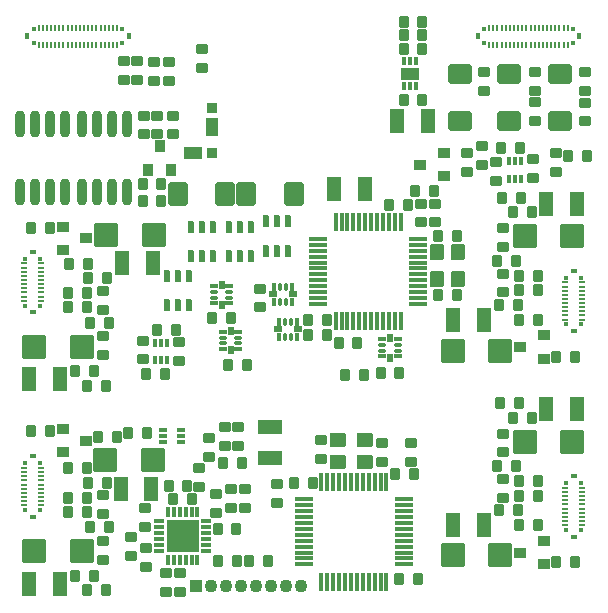
<source format=gbs>
G04*
G04 #@! TF.GenerationSoftware,Altium Limited,Altium Designer,24.9.1 (31)*
G04*
G04 Layer_Color=16711935*
%FSLAX44Y44*%
%MOMM*%
G71*
G04*
G04 #@! TF.SameCoordinates,22428939-7FEC-4B67-BCAF-D19850B6772B*
G04*
G04*
G04 #@! TF.FilePolarity,Negative*
G04*
G01*
G75*
G04:AMPARAMS|DCode=39|XSize=0.78mm|YSize=0.98mm|CornerRadius=0.075mm|HoleSize=0mm|Usage=FLASHONLY|Rotation=180.000|XOffset=0mm|YOffset=0mm|HoleType=Round|Shape=RoundedRectangle|*
%AMROUNDEDRECTD39*
21,1,0.7800,0.8300,0,0,180.0*
21,1,0.6300,0.9800,0,0,180.0*
1,1,0.1500,-0.3150,0.4150*
1,1,0.1500,0.3150,0.4150*
1,1,0.1500,0.3150,-0.4150*
1,1,0.1500,-0.3150,-0.4150*
%
%ADD39ROUNDEDRECTD39*%
G04:AMPARAMS|DCode=41|XSize=0.38mm|YSize=0.75mm|CornerRadius=0.0775mm|HoleSize=0mm|Usage=FLASHONLY|Rotation=270.000|XOffset=0mm|YOffset=0mm|HoleType=Round|Shape=RoundedRectangle|*
%AMROUNDEDRECTD41*
21,1,0.3800,0.5950,0,0,270.0*
21,1,0.2250,0.7500,0,0,270.0*
1,1,0.1550,-0.2975,-0.1125*
1,1,0.1550,-0.2975,0.1125*
1,1,0.1550,0.2975,0.1125*
1,1,0.1550,0.2975,-0.1125*
%
%ADD41ROUNDEDRECTD41*%
G04:AMPARAMS|DCode=46|XSize=1.38mm|YSize=1.18mm|CornerRadius=0.095mm|HoleSize=0mm|Usage=FLASHONLY|Rotation=180.000|XOffset=0mm|YOffset=0mm|HoleType=Round|Shape=RoundedRectangle|*
%AMROUNDEDRECTD46*
21,1,1.3800,0.9900,0,0,180.0*
21,1,1.1900,1.1800,0,0,180.0*
1,1,0.1900,-0.5950,0.4950*
1,1,0.1900,0.5950,0.4950*
1,1,0.1900,0.5950,-0.4950*
1,1,0.1900,-0.5950,-0.4950*
%
%ADD46ROUNDEDRECTD46*%
G04:AMPARAMS|DCode=54|XSize=0.78mm|YSize=0.98mm|CornerRadius=0.075mm|HoleSize=0mm|Usage=FLASHONLY|Rotation=90.000|XOffset=0mm|YOffset=0mm|HoleType=Round|Shape=RoundedRectangle|*
%AMROUNDEDRECTD54*
21,1,0.7800,0.8300,0,0,90.0*
21,1,0.6300,0.9800,0,0,90.0*
1,1,0.1500,0.4150,0.3150*
1,1,0.1500,0.4150,-0.3150*
1,1,0.1500,-0.4150,-0.3150*
1,1,0.1500,-0.4150,0.3150*
%
%ADD54ROUNDEDRECTD54*%
G04:AMPARAMS|DCode=59|XSize=0.88mm|YSize=0.98mm|CornerRadius=0.08mm|HoleSize=0mm|Usage=FLASHONLY|Rotation=90.000|XOffset=0mm|YOffset=0mm|HoleType=Round|Shape=RoundedRectangle|*
%AMROUNDEDRECTD59*
21,1,0.8800,0.8200,0,0,90.0*
21,1,0.7200,0.9800,0,0,90.0*
1,1,0.1600,0.4100,0.3600*
1,1,0.1600,0.4100,-0.3600*
1,1,0.1600,-0.4100,-0.3600*
1,1,0.1600,-0.4100,0.3600*
%
%ADD59ROUNDEDRECTD59*%
G04:AMPARAMS|DCode=60|XSize=1.68mm|YSize=1.98mm|CornerRadius=0.24mm|HoleSize=0mm|Usage=FLASHONLY|Rotation=90.000|XOffset=0mm|YOffset=0mm|HoleType=Round|Shape=RoundedRectangle|*
%AMROUNDEDRECTD60*
21,1,1.6800,1.5000,0,0,90.0*
21,1,1.2000,1.9800,0,0,90.0*
1,1,0.4800,0.7500,0.6000*
1,1,0.4800,0.7500,-0.6000*
1,1,0.4800,-0.7500,-0.6000*
1,1,0.4800,-0.7500,0.6000*
%
%ADD60ROUNDEDRECTD60*%
G04:AMPARAMS|DCode=61|XSize=1.18mm|YSize=2.08mm|CornerRadius=0.095mm|HoleSize=0mm|Usage=FLASHONLY|Rotation=0.000|XOffset=0mm|YOffset=0mm|HoleType=Round|Shape=RoundedRectangle|*
%AMROUNDEDRECTD61*
21,1,1.1800,1.8900,0,0,0.0*
21,1,0.9900,2.0800,0,0,0.0*
1,1,0.1900,0.4950,-0.9450*
1,1,0.1900,-0.4950,-0.9450*
1,1,0.1900,-0.4950,0.9450*
1,1,0.1900,0.4950,0.9450*
%
%ADD61ROUNDEDRECTD61*%
G04:AMPARAMS|DCode=62|XSize=1.18mm|YSize=2.08mm|CornerRadius=0.095mm|HoleSize=0mm|Usage=FLASHONLY|Rotation=270.000|XOffset=0mm|YOffset=0mm|HoleType=Round|Shape=RoundedRectangle|*
%AMROUNDEDRECTD62*
21,1,1.1800,1.8900,0,0,270.0*
21,1,0.9900,2.0800,0,0,270.0*
1,1,0.1900,-0.9450,-0.4950*
1,1,0.1900,-0.9450,0.4950*
1,1,0.1900,0.9450,0.4950*
1,1,0.1900,0.9450,-0.4950*
%
%ADD62ROUNDEDRECTD62*%
%ADD63C,1.0900*%
%ADD64R,1.0900X1.0900*%
G04:AMPARAMS|DCode=110|XSize=0.61mm|YSize=0.38mm|CornerRadius=0.055mm|HoleSize=0mm|Usage=FLASHONLY|Rotation=90.000|XOffset=0mm|YOffset=0mm|HoleType=Round|Shape=RoundedRectangle|*
%AMROUNDEDRECTD110*
21,1,0.6100,0.2700,0,0,90.0*
21,1,0.5000,0.3800,0,0,90.0*
1,1,0.1100,0.1350,0.2500*
1,1,0.1100,0.1350,-0.2500*
1,1,0.1100,-0.1350,-0.2500*
1,1,0.1100,-0.1350,0.2500*
%
%ADD110ROUNDEDRECTD110*%
G04:AMPARAMS|DCode=111|XSize=0.71mm|YSize=0.43mm|CornerRadius=0.0575mm|HoleSize=0mm|Usage=FLASHONLY|Rotation=0.000|XOffset=0mm|YOffset=0mm|HoleType=Round|Shape=RoundedRectangle|*
%AMROUNDEDRECTD111*
21,1,0.7100,0.3150,0,0,0.0*
21,1,0.5950,0.4300,0,0,0.0*
1,1,0.1150,0.2975,-0.1575*
1,1,0.1150,-0.2975,-0.1575*
1,1,0.1150,-0.2975,0.1575*
1,1,0.1150,0.2975,0.1575*
%
%ADD111ROUNDEDRECTD111*%
G04:AMPARAMS|DCode=112|XSize=0.61mm|YSize=0.33mm|CornerRadius=0.0525mm|HoleSize=0mm|Usage=FLASHONLY|Rotation=90.000|XOffset=0mm|YOffset=0mm|HoleType=Round|Shape=RoundedRectangle|*
%AMROUNDEDRECTD112*
21,1,0.6100,0.2250,0,0,90.0*
21,1,0.5050,0.3300,0,0,90.0*
1,1,0.1050,0.1125,0.2525*
1,1,0.1050,0.1125,-0.2525*
1,1,0.1050,-0.1125,-0.2525*
1,1,0.1050,-0.1125,0.2525*
%
%ADD112ROUNDEDRECTD112*%
G04:AMPARAMS|DCode=113|XSize=1.68mm|YSize=1.98mm|CornerRadius=0.24mm|HoleSize=0mm|Usage=FLASHONLY|Rotation=180.000|XOffset=0mm|YOffset=0mm|HoleType=Round|Shape=RoundedRectangle|*
%AMROUNDEDRECTD113*
21,1,1.6800,1.5000,0,0,180.0*
21,1,1.2000,1.9800,0,0,180.0*
1,1,0.4800,-0.6000,0.7500*
1,1,0.4800,0.6000,0.7500*
1,1,0.4800,0.6000,-0.7500*
1,1,0.4800,-0.6000,-0.7500*
%
%ADD113ROUNDEDRECTD113*%
G04:AMPARAMS|DCode=114|XSize=0.38mm|YSize=0.75mm|CornerRadius=0.0775mm|HoleSize=0mm|Usage=FLASHONLY|Rotation=0.000|XOffset=0mm|YOffset=0mm|HoleType=Round|Shape=RoundedRectangle|*
%AMROUNDEDRECTD114*
21,1,0.3800,0.5950,0,0,0.0*
21,1,0.2250,0.7500,0,0,0.0*
1,1,0.1550,0.1125,-0.2975*
1,1,0.1550,-0.1125,-0.2975*
1,1,0.1550,-0.1125,0.2975*
1,1,0.1550,0.1125,0.2975*
%
%ADD114ROUNDEDRECTD114*%
G04:AMPARAMS|DCode=115|XSize=0.88mm|YSize=0.28mm|CornerRadius=0.065mm|HoleSize=0mm|Usage=FLASHONLY|Rotation=270.000|XOffset=0mm|YOffset=0mm|HoleType=Round|Shape=RoundedRectangle|*
%AMROUNDEDRECTD115*
21,1,0.8800,0.1500,0,0,270.0*
21,1,0.7500,0.2800,0,0,270.0*
1,1,0.1300,-0.0750,-0.3750*
1,1,0.1300,-0.0750,0.3750*
1,1,0.1300,0.0750,0.3750*
1,1,0.1300,0.0750,-0.3750*
%
%ADD115ROUNDEDRECTD115*%
G04:AMPARAMS|DCode=116|XSize=0.93mm|YSize=0.28mm|CornerRadius=0.065mm|HoleSize=0mm|Usage=FLASHONLY|Rotation=0.000|XOffset=0mm|YOffset=0mm|HoleType=Round|Shape=RoundedRectangle|*
%AMROUNDEDRECTD116*
21,1,0.9300,0.1500,0,0,0.0*
21,1,0.8000,0.2800,0,0,0.0*
1,1,0.1300,0.4000,-0.0750*
1,1,0.1300,-0.4000,-0.0750*
1,1,0.1300,-0.4000,0.0750*
1,1,0.1300,0.4000,0.0750*
%
%ADD116ROUNDEDRECTD116*%
%ADD117R,2.6800X2.7800*%
G04:AMPARAMS|DCode=118|XSize=1.38mm|YSize=1.18mm|CornerRadius=0.095mm|HoleSize=0mm|Usage=FLASHONLY|Rotation=270.000|XOffset=0mm|YOffset=0mm|HoleType=Round|Shape=RoundedRectangle|*
%AMROUNDEDRECTD118*
21,1,1.3800,0.9900,0,0,270.0*
21,1,1.1900,1.1800,0,0,270.0*
1,1,0.1900,-0.4950,-0.5950*
1,1,0.1900,-0.4950,0.5950*
1,1,0.1900,0.4950,0.5950*
1,1,0.1900,0.4950,-0.5950*
%
%ADD118ROUNDEDRECTD118*%
G04:AMPARAMS|DCode=119|XSize=0.61mm|YSize=0.38mm|CornerRadius=0.055mm|HoleSize=0mm|Usage=FLASHONLY|Rotation=0.000|XOffset=0mm|YOffset=0mm|HoleType=Round|Shape=RoundedRectangle|*
%AMROUNDEDRECTD119*
21,1,0.6100,0.2700,0,0,0.0*
21,1,0.5000,0.3800,0,0,0.0*
1,1,0.1100,0.2500,-0.1350*
1,1,0.1100,-0.2500,-0.1350*
1,1,0.1100,-0.2500,0.1350*
1,1,0.1100,0.2500,0.1350*
%
%ADD119ROUNDEDRECTD119*%
G04:AMPARAMS|DCode=120|XSize=0.61mm|YSize=0.33mm|CornerRadius=0.0525mm|HoleSize=0mm|Usage=FLASHONLY|Rotation=0.000|XOffset=0mm|YOffset=0mm|HoleType=Round|Shape=RoundedRectangle|*
%AMROUNDEDRECTD120*
21,1,0.6100,0.2250,0,0,0.0*
21,1,0.5050,0.3300,0,0,0.0*
1,1,0.1050,0.2525,-0.1125*
1,1,0.1050,-0.2525,-0.1125*
1,1,0.1050,-0.2525,0.1125*
1,1,0.1050,0.2525,0.1125*
%
%ADD120ROUNDEDRECTD120*%
G04:AMPARAMS|DCode=121|XSize=0.71mm|YSize=0.43mm|CornerRadius=0.0575mm|HoleSize=0mm|Usage=FLASHONLY|Rotation=270.000|XOffset=0mm|YOffset=0mm|HoleType=Round|Shape=RoundedRectangle|*
%AMROUNDEDRECTD121*
21,1,0.7100,0.3150,0,0,270.0*
21,1,0.5950,0.4300,0,0,270.0*
1,1,0.1150,-0.1575,-0.2975*
1,1,0.1150,-0.1575,0.2975*
1,1,0.1150,0.1575,0.2975*
1,1,0.1150,0.1575,-0.2975*
%
%ADD121ROUNDEDRECTD121*%
G04:AMPARAMS|DCode=122|XSize=0.98mm|YSize=0.58mm|CornerRadius=0.1025mm|HoleSize=0mm|Usage=FLASHONLY|Rotation=270.000|XOffset=0mm|YOffset=0mm|HoleType=Round|Shape=RoundedRectangle|*
%AMROUNDEDRECTD122*
21,1,0.9800,0.3750,0,0,270.0*
21,1,0.7750,0.5800,0,0,270.0*
1,1,0.2050,-0.1875,-0.3875*
1,1,0.2050,-0.1875,0.3875*
1,1,0.2050,0.1875,0.3875*
1,1,0.2050,0.1875,-0.3875*
%
%ADD122ROUNDEDRECTD122*%
G04:AMPARAMS|DCode=123|XSize=0.38mm|YSize=1.53mm|CornerRadius=0.0775mm|HoleSize=0mm|Usage=FLASHONLY|Rotation=90.000|XOffset=0mm|YOffset=0mm|HoleType=Round|Shape=RoundedRectangle|*
%AMROUNDEDRECTD123*
21,1,0.3800,1.3750,0,0,90.0*
21,1,0.2250,1.5300,0,0,90.0*
1,1,0.1550,0.6875,0.1125*
1,1,0.1550,0.6875,-0.1125*
1,1,0.1550,-0.6875,-0.1125*
1,1,0.1550,-0.6875,0.1125*
%
%ADD123ROUNDEDRECTD123*%
G04:AMPARAMS|DCode=124|XSize=0.38mm|YSize=1.53mm|CornerRadius=0.0775mm|HoleSize=0mm|Usage=FLASHONLY|Rotation=180.000|XOffset=0mm|YOffset=0mm|HoleType=Round|Shape=RoundedRectangle|*
%AMROUNDEDRECTD124*
21,1,0.3800,1.3750,0,0,180.0*
21,1,0.2250,1.5300,0,0,180.0*
1,1,0.1550,-0.1125,0.6875*
1,1,0.1550,0.1125,0.6875*
1,1,0.1550,0.1125,-0.6875*
1,1,0.1550,-0.1125,-0.6875*
%
%ADD124ROUNDEDRECTD124*%
%ADD125R,0.3800X0.7300*%
%ADD126R,1.6300X1.1000*%
G04:AMPARAMS|DCode=127|XSize=0.88mm|YSize=0.98mm|CornerRadius=0.08mm|HoleSize=0mm|Usage=FLASHONLY|Rotation=0.000|XOffset=0mm|YOffset=0mm|HoleType=Round|Shape=RoundedRectangle|*
%AMROUNDEDRECTD127*
21,1,0.8800,0.8200,0,0,0.0*
21,1,0.7200,0.9800,0,0,0.0*
1,1,0.1600,0.3600,-0.4100*
1,1,0.1600,-0.3600,-0.4100*
1,1,0.1600,-0.3600,0.4100*
1,1,0.1600,0.3600,0.4100*
%
%ADD127ROUNDEDRECTD127*%
%ADD128O,0.8800X2.2800*%
G04:AMPARAMS|DCode=129|XSize=0.53mm|YSize=0.37mm|CornerRadius=0.0545mm|HoleSize=0mm|Usage=FLASHONLY|Rotation=180.000|XOffset=0mm|YOffset=0mm|HoleType=Round|Shape=RoundedRectangle|*
%AMROUNDEDRECTD129*
21,1,0.5300,0.2610,0,0,180.0*
21,1,0.4210,0.3700,0,0,180.0*
1,1,0.1090,-0.2105,0.1305*
1,1,0.1090,0.2105,0.1305*
1,1,0.1090,0.2105,-0.1305*
1,1,0.1090,-0.2105,-0.1305*
%
%ADD129ROUNDEDRECTD129*%
G04:AMPARAMS|DCode=130|XSize=0.36mm|YSize=0.33mm|CornerRadius=0.0525mm|HoleSize=0mm|Usage=FLASHONLY|Rotation=180.000|XOffset=0mm|YOffset=0mm|HoleType=Round|Shape=RoundedRectangle|*
%AMROUNDEDRECTD130*
21,1,0.3600,0.2250,0,0,180.0*
21,1,0.2550,0.3300,0,0,180.0*
1,1,0.1050,-0.1275,0.1125*
1,1,0.1050,0.1275,0.1125*
1,1,0.1050,0.1275,-0.1125*
1,1,0.1050,-0.1275,-0.1125*
%
%ADD130ROUNDEDRECTD130*%
G04:AMPARAMS|DCode=131|XSize=0.5mm|YSize=0.25mm|CornerRadius=0.0485mm|HoleSize=0mm|Usage=FLASHONLY|Rotation=180.000|XOffset=0mm|YOffset=0mm|HoleType=Round|Shape=RoundedRectangle|*
%AMROUNDEDRECTD131*
21,1,0.5000,0.1530,0,0,180.0*
21,1,0.4030,0.2500,0,0,180.0*
1,1,0.0970,-0.2015,0.0765*
1,1,0.0970,0.2015,0.0765*
1,1,0.0970,0.2015,-0.0765*
1,1,0.0970,-0.2015,-0.0765*
%
%ADD131ROUNDEDRECTD131*%
G04:AMPARAMS|DCode=132|XSize=0.5mm|YSize=0.25mm|CornerRadius=0.0485mm|HoleSize=0mm|Usage=FLASHONLY|Rotation=270.000|XOffset=0mm|YOffset=0mm|HoleType=Round|Shape=RoundedRectangle|*
%AMROUNDEDRECTD132*
21,1,0.5000,0.1530,0,0,270.0*
21,1,0.4030,0.2500,0,0,270.0*
1,1,0.0970,-0.0765,-0.2015*
1,1,0.0970,-0.0765,0.2015*
1,1,0.0970,0.0765,0.2015*
1,1,0.0970,0.0765,-0.2015*
%
%ADD132ROUNDEDRECTD132*%
G04:AMPARAMS|DCode=133|XSize=0.36mm|YSize=0.33mm|CornerRadius=0.0525mm|HoleSize=0mm|Usage=FLASHONLY|Rotation=270.000|XOffset=0mm|YOffset=0mm|HoleType=Round|Shape=RoundedRectangle|*
%AMROUNDEDRECTD133*
21,1,0.3600,0.2250,0,0,270.0*
21,1,0.2550,0.3300,0,0,270.0*
1,1,0.1050,-0.1125,-0.1275*
1,1,0.1050,-0.1125,0.1275*
1,1,0.1050,0.1125,0.1275*
1,1,0.1050,0.1125,-0.1275*
%
%ADD133ROUNDEDRECTD133*%
G04:AMPARAMS|DCode=134|XSize=0.53mm|YSize=0.37mm|CornerRadius=0.0545mm|HoleSize=0mm|Usage=FLASHONLY|Rotation=270.000|XOffset=0mm|YOffset=0mm|HoleType=Round|Shape=RoundedRectangle|*
%AMROUNDEDRECTD134*
21,1,0.5300,0.2610,0,0,270.0*
21,1,0.4210,0.3700,0,0,270.0*
1,1,0.1090,-0.1305,-0.2105*
1,1,0.1090,-0.1305,0.2105*
1,1,0.1090,0.1305,0.2105*
1,1,0.1090,0.1305,-0.2105*
%
%ADD134ROUNDEDRECTD134*%
G04:AMPARAMS|DCode=135|XSize=2.08mm|YSize=2.08mm|CornerRadius=0.29mm|HoleSize=0mm|Usage=FLASHONLY|Rotation=0.000|XOffset=0mm|YOffset=0mm|HoleType=Round|Shape=RoundedRectangle|*
%AMROUNDEDRECTD135*
21,1,2.0800,1.5000,0,0,0.0*
21,1,1.5000,2.0800,0,0,0.0*
1,1,0.5800,0.7500,-0.7500*
1,1,0.5800,-0.7500,-0.7500*
1,1,0.5800,-0.7500,0.7500*
1,1,0.5800,0.7500,0.7500*
%
%ADD135ROUNDEDRECTD135*%
G04:AMPARAMS|DCode=136|XSize=1.58mm|YSize=1.08mm|CornerRadius=0.09mm|HoleSize=0mm|Usage=FLASHONLY|Rotation=0.000|XOffset=0mm|YOffset=0mm|HoleType=Round|Shape=RoundedRectangle|*
%AMROUNDEDRECTD136*
21,1,1.5800,0.9000,0,0,0.0*
21,1,1.4000,1.0800,0,0,0.0*
1,1,0.1800,0.7000,-0.4500*
1,1,0.1800,-0.7000,-0.4500*
1,1,0.1800,-0.7000,0.4500*
1,1,0.1800,0.7000,0.4500*
%
%ADD136ROUNDEDRECTD136*%
G04:AMPARAMS|DCode=137|XSize=0.88mm|YSize=0.88mm|CornerRadius=0.08mm|HoleSize=0mm|Usage=FLASHONLY|Rotation=0.000|XOffset=0mm|YOffset=0mm|HoleType=Round|Shape=RoundedRectangle|*
%AMROUNDEDRECTD137*
21,1,0.8800,0.7200,0,0,0.0*
21,1,0.7200,0.8800,0,0,0.0*
1,1,0.1600,0.3600,-0.3600*
1,1,0.1600,-0.3600,-0.3600*
1,1,0.1600,-0.3600,0.3600*
1,1,0.1600,0.3600,0.3600*
%
%ADD137ROUNDEDRECTD137*%
G04:AMPARAMS|DCode=138|XSize=1.58mm|YSize=1.08mm|CornerRadius=0.09mm|HoleSize=0mm|Usage=FLASHONLY|Rotation=90.000|XOffset=0mm|YOffset=0mm|HoleType=Round|Shape=RoundedRectangle|*
%AMROUNDEDRECTD138*
21,1,1.5800,0.9000,0,0,90.0*
21,1,1.4000,1.0800,0,0,90.0*
1,1,0.1800,0.4500,0.7000*
1,1,0.1800,0.4500,-0.7000*
1,1,0.1800,-0.4500,-0.7000*
1,1,0.1800,-0.4500,0.7000*
%
%ADD138ROUNDEDRECTD138*%
G04:AMPARAMS|DCode=139|XSize=0.88mm|YSize=0.88mm|CornerRadius=0.08mm|HoleSize=0mm|Usage=FLASHONLY|Rotation=90.000|XOffset=0mm|YOffset=0mm|HoleType=Round|Shape=RoundedRectangle|*
%AMROUNDEDRECTD139*
21,1,0.8800,0.7200,0,0,90.0*
21,1,0.7200,0.8800,0,0,90.0*
1,1,0.1600,0.3600,0.3600*
1,1,0.1600,0.3600,-0.3600*
1,1,0.1600,-0.3600,-0.3600*
1,1,0.1600,-0.3600,0.3600*
%
%ADD139ROUNDEDRECTD139*%
D39*
X1220000Y533500D02*
D03*
X1204000D02*
D03*
X1067500Y785000D02*
D03*
X1051500D02*
D03*
X1449000Y775250D02*
D03*
X1433000D02*
D03*
X1449000Y601250D02*
D03*
X1433000D02*
D03*
X1051000Y575500D02*
D03*
X1067000D02*
D03*
X1051000Y748750D02*
D03*
X1067000D02*
D03*
X1449000Y763250D02*
D03*
X1433000D02*
D03*
X1449000Y589250D02*
D03*
X1433000D02*
D03*
X1051000Y587500D02*
D03*
X1067000D02*
D03*
X1051000Y760750D02*
D03*
X1067000D02*
D03*
X1443500Y829000D02*
D03*
X1427500D02*
D03*
X1443500Y655250D02*
D03*
X1427500D02*
D03*
X1056500Y521500D02*
D03*
X1072500D02*
D03*
X1056500Y694750D02*
D03*
X1072500D02*
D03*
X1448500Y738250D02*
D03*
X1432500D02*
D03*
X1448500Y564250D02*
D03*
X1432500D02*
D03*
X1051000Y612500D02*
D03*
X1067000D02*
D03*
X1464000Y706750D02*
D03*
X1480000D02*
D03*
X1464000Y532750D02*
D03*
X1480000D02*
D03*
X1036000Y644000D02*
D03*
X1020000D02*
D03*
X1036000Y815500D02*
D03*
X1020000D02*
D03*
X1474000Y877000D02*
D03*
X1490000D02*
D03*
X1254500Y737500D02*
D03*
X1270500D02*
D03*
X1360500Y847500D02*
D03*
X1344500D02*
D03*
X1194000Y533500D02*
D03*
X1178000D02*
D03*
X1092500Y639000D02*
D03*
X1076500D02*
D03*
X1102000Y642000D02*
D03*
X1118000D02*
D03*
X1433843Y883500D02*
D03*
X1417843D02*
D03*
X1133000Y692500D02*
D03*
X1117000D02*
D03*
X1142000Y729500D02*
D03*
X1126000D02*
D03*
X1335000Y990500D02*
D03*
X1351000D02*
D03*
X1130044Y853361D02*
D03*
X1114044D02*
D03*
X1114000Y839000D02*
D03*
X1130000D02*
D03*
X1416000Y750750D02*
D03*
X1432000D02*
D03*
X1416000Y576750D02*
D03*
X1432000D02*
D03*
X1084000Y599500D02*
D03*
X1068000D02*
D03*
X1084000Y773250D02*
D03*
X1068000D02*
D03*
X1418500Y841000D02*
D03*
X1434500D02*
D03*
X1417000Y667750D02*
D03*
X1433000D02*
D03*
X1083000Y509000D02*
D03*
X1067000D02*
D03*
X1083000Y682250D02*
D03*
X1067000D02*
D03*
X1430500Y788250D02*
D03*
X1414500D02*
D03*
X1430500Y614250D02*
D03*
X1414500D02*
D03*
X1069500Y562500D02*
D03*
X1085500D02*
D03*
X1069500Y735750D02*
D03*
X1085500D02*
D03*
X1315500Y693000D02*
D03*
X1331500D02*
D03*
X1173000Y740000D02*
D03*
X1189000D02*
D03*
X1186500Y699500D02*
D03*
X1202500D02*
D03*
X1254500Y725500D02*
D03*
X1270500D02*
D03*
X1364000Y759000D02*
D03*
X1380000D02*
D03*
X1380500Y809000D02*
D03*
X1364500D02*
D03*
X1280000Y718500D02*
D03*
X1296000D02*
D03*
X1339000Y835500D02*
D03*
X1323000D02*
D03*
X1331000Y518500D02*
D03*
X1347000D02*
D03*
X1258500Y600000D02*
D03*
X1242500D02*
D03*
X1140000Y586000D02*
D03*
X1156000D02*
D03*
X1136000Y597500D02*
D03*
X1152000D02*
D03*
X1193500Y561000D02*
D03*
X1177500D02*
D03*
X1285500Y691000D02*
D03*
X1301500D02*
D03*
X1198000Y617000D02*
D03*
X1182000D02*
D03*
X1327500Y607500D02*
D03*
X1343500D02*
D03*
X1335000Y924500D02*
D03*
X1351000D02*
D03*
X1335000Y967500D02*
D03*
X1351000D02*
D03*
X1335000Y979000D02*
D03*
X1351000D02*
D03*
D41*
X1131700Y635000D02*
D03*
Y640000D02*
D03*
Y645000D02*
D03*
X1146500D02*
D03*
Y640000D02*
D03*
Y635000D02*
D03*
D46*
X1302500Y636000D02*
D03*
X1279500D02*
D03*
Y618000D02*
D03*
X1302500D02*
D03*
D54*
X1164000Y967500D02*
D03*
Y951500D02*
D03*
X1419500Y777250D02*
D03*
Y761250D02*
D03*
Y603250D02*
D03*
Y587250D02*
D03*
X1080500Y573500D02*
D03*
Y589500D02*
D03*
Y746750D02*
D03*
Y762750D02*
D03*
X1361500Y820500D02*
D03*
Y836500D02*
D03*
X1350000Y820500D02*
D03*
Y836500D02*
D03*
X1389000Y863000D02*
D03*
Y879000D02*
D03*
X1401500Y869000D02*
D03*
Y885000D02*
D03*
X1188500Y579000D02*
D03*
Y595000D02*
D03*
X1104500Y538000D02*
D03*
Y554000D02*
D03*
X1488500Y922000D02*
D03*
Y906000D02*
D03*
X1176000Y574500D02*
D03*
Y590500D02*
D03*
X1183500Y631000D02*
D03*
Y647000D02*
D03*
X1170500Y622000D02*
D03*
Y638000D02*
D03*
X1413500Y855500D02*
D03*
Y871500D02*
D03*
X1444843Y858500D02*
D03*
Y874500D02*
D03*
X1341000Y618000D02*
D03*
Y634000D02*
D03*
X1136500Y940000D02*
D03*
Y956000D02*
D03*
X1162000Y612500D02*
D03*
Y596500D02*
D03*
X1109500Y941000D02*
D03*
Y957000D02*
D03*
X1144500Y703000D02*
D03*
Y719000D02*
D03*
X1114500Y704500D02*
D03*
Y720500D02*
D03*
X1446000Y922500D02*
D03*
Y906500D02*
D03*
X1126500Y911000D02*
D03*
Y895000D02*
D03*
X1115000D02*
D03*
Y911000D02*
D03*
X1139500Y895000D02*
D03*
Y911000D02*
D03*
X1419500Y815750D02*
D03*
Y799750D02*
D03*
Y641750D02*
D03*
Y625750D02*
D03*
X1080500Y535000D02*
D03*
Y551000D02*
D03*
Y708250D02*
D03*
Y724250D02*
D03*
X1213500Y748500D02*
D03*
Y764500D02*
D03*
X1464000Y863000D02*
D03*
Y879000D02*
D03*
X1403500Y948000D02*
D03*
Y932000D02*
D03*
X1265500Y636500D02*
D03*
Y620500D02*
D03*
X1316500Y618000D02*
D03*
Y634000D02*
D03*
X1227500Y599000D02*
D03*
Y583000D02*
D03*
X1200500Y579000D02*
D03*
Y595000D02*
D03*
X1133500Y524000D02*
D03*
Y508000D02*
D03*
X1145500Y524000D02*
D03*
Y508000D02*
D03*
X1117000Y528500D02*
D03*
Y544500D02*
D03*
X1116500Y578500D02*
D03*
Y562500D02*
D03*
X1488500Y932000D02*
D03*
Y948000D02*
D03*
X1195000Y631000D02*
D03*
Y647000D02*
D03*
X1124000Y940000D02*
D03*
Y956000D02*
D03*
X1098000Y941000D02*
D03*
Y957000D02*
D03*
X1446000Y932000D02*
D03*
Y948000D02*
D03*
D59*
X1369000Y879300D02*
D03*
Y859700D02*
D03*
X1349000Y869500D02*
D03*
X1454000Y724800D02*
D03*
Y705200D02*
D03*
X1434000Y715000D02*
D03*
X1453500Y550750D02*
D03*
Y531150D02*
D03*
X1433500Y540950D02*
D03*
X1046500Y626000D02*
D03*
Y645600D02*
D03*
X1066500Y635800D02*
D03*
X1046500Y797200D02*
D03*
Y816800D02*
D03*
X1066500Y807000D02*
D03*
D60*
X1382500Y906000D02*
D03*
Y946000D02*
D03*
X1467500Y906000D02*
D03*
Y946000D02*
D03*
X1424500Y906000D02*
D03*
Y946000D02*
D03*
D61*
X1403000Y738250D02*
D03*
X1377000D02*
D03*
X1403000Y564250D02*
D03*
X1377000D02*
D03*
X1095500Y594500D02*
D03*
X1121500D02*
D03*
X1097000Y785750D02*
D03*
X1123000D02*
D03*
X1482000Y836250D02*
D03*
X1456000D02*
D03*
X1482000Y662250D02*
D03*
X1456000D02*
D03*
X1018000Y514500D02*
D03*
X1044000D02*
D03*
X1018000Y687750D02*
D03*
X1044000D02*
D03*
X1302500Y849000D02*
D03*
X1276500D02*
D03*
X1329500Y906500D02*
D03*
X1355500D02*
D03*
D62*
X1222000Y621000D02*
D03*
Y647000D02*
D03*
D63*
X1247900Y513000D02*
D03*
X1235200D02*
D03*
X1222500D02*
D03*
X1209800D02*
D03*
X1197100D02*
D03*
X1184400D02*
D03*
X1171700D02*
D03*
D64*
X1159000D02*
D03*
D110*
X1244500Y736500D02*
D03*
X1229500D02*
D03*
X1244500Y723700D02*
D03*
X1229500D02*
D03*
X1240500Y753200D02*
D03*
X1225500D02*
D03*
Y766000D02*
D03*
X1240500D02*
D03*
D111*
X1245400Y730100D02*
D03*
X1228600D02*
D03*
X1224600Y759600D02*
D03*
X1241400D02*
D03*
D112*
X1234500Y736500D02*
D03*
X1239500D02*
D03*
Y723700D02*
D03*
X1234500D02*
D03*
X1235500Y753200D02*
D03*
X1230500D02*
D03*
Y766000D02*
D03*
X1235500D02*
D03*
D113*
X1242000Y844500D02*
D03*
X1202000D02*
D03*
X1184000D02*
D03*
X1144000D02*
D03*
D114*
X1434343Y857600D02*
D03*
X1429343D02*
D03*
X1424343D02*
D03*
Y872400D02*
D03*
X1429343D02*
D03*
X1434343D02*
D03*
X1124500Y718400D02*
D03*
X1129500D02*
D03*
X1134500D02*
D03*
Y703600D02*
D03*
X1129500D02*
D03*
X1124500D02*
D03*
D115*
X1160500Y575000D02*
D03*
X1155500D02*
D03*
X1150500D02*
D03*
X1145500D02*
D03*
X1140500D02*
D03*
X1160500Y535000D02*
D03*
X1155500D02*
D03*
X1150500D02*
D03*
X1145500D02*
D03*
X1140500D02*
D03*
X1135500D02*
D03*
Y575000D02*
D03*
D116*
X1128250Y542500D02*
D03*
Y547500D02*
D03*
Y552500D02*
D03*
Y557500D02*
D03*
Y562500D02*
D03*
Y567500D02*
D03*
X1167750Y542500D02*
D03*
Y547500D02*
D03*
Y552500D02*
D03*
Y557500D02*
D03*
Y562500D02*
D03*
Y567500D02*
D03*
D117*
X1148000Y555000D02*
D03*
D118*
X1363500Y795500D02*
D03*
Y772500D02*
D03*
X1381500D02*
D03*
Y795500D02*
D03*
D119*
X1317100Y707000D02*
D03*
Y722000D02*
D03*
X1329900D02*
D03*
Y707000D02*
D03*
X1174600Y751900D02*
D03*
Y766900D02*
D03*
X1187400D02*
D03*
Y751900D02*
D03*
X1182200Y713000D02*
D03*
Y728000D02*
D03*
X1195000D02*
D03*
Y713000D02*
D03*
D120*
X1317100Y712000D02*
D03*
Y717000D02*
D03*
X1329900D02*
D03*
Y712000D02*
D03*
X1174600Y756900D02*
D03*
Y761900D02*
D03*
X1187400D02*
D03*
Y756900D02*
D03*
X1182200Y718000D02*
D03*
Y723000D02*
D03*
X1195000D02*
D03*
Y718000D02*
D03*
D121*
X1323500Y722900D02*
D03*
Y706100D02*
D03*
X1181000Y767800D02*
D03*
Y751000D02*
D03*
X1188600Y728900D02*
D03*
Y712100D02*
D03*
D122*
X1155000Y792000D02*
D03*
X1164500D02*
D03*
X1174000D02*
D03*
Y817000D02*
D03*
X1164500D02*
D03*
X1155000D02*
D03*
X1134500Y750500D02*
D03*
X1144000D02*
D03*
X1153500D02*
D03*
Y775500D02*
D03*
X1144000D02*
D03*
X1134500D02*
D03*
X1237500Y821500D02*
D03*
X1228000D02*
D03*
X1218500D02*
D03*
Y796500D02*
D03*
X1228000D02*
D03*
X1237500D02*
D03*
X1187000Y792000D02*
D03*
X1196500D02*
D03*
X1206000D02*
D03*
Y817000D02*
D03*
X1196500D02*
D03*
X1187000D02*
D03*
D123*
X1347250Y806500D02*
D03*
Y801500D02*
D03*
Y796500D02*
D03*
Y791500D02*
D03*
Y786500D02*
D03*
Y781500D02*
D03*
Y776500D02*
D03*
Y771500D02*
D03*
Y766500D02*
D03*
Y761500D02*
D03*
Y756500D02*
D03*
Y751500D02*
D03*
X1262750D02*
D03*
Y756500D02*
D03*
Y761500D02*
D03*
Y766500D02*
D03*
Y771500D02*
D03*
Y776500D02*
D03*
Y781500D02*
D03*
Y786500D02*
D03*
Y791500D02*
D03*
Y796500D02*
D03*
Y801500D02*
D03*
Y806500D02*
D03*
X1335250Y586000D02*
D03*
Y581000D02*
D03*
Y576000D02*
D03*
Y571000D02*
D03*
Y566000D02*
D03*
Y561000D02*
D03*
Y556000D02*
D03*
Y551000D02*
D03*
Y546000D02*
D03*
Y541000D02*
D03*
Y536000D02*
D03*
Y531000D02*
D03*
X1250750D02*
D03*
Y536000D02*
D03*
Y541000D02*
D03*
Y546000D02*
D03*
Y551000D02*
D03*
Y556000D02*
D03*
Y561000D02*
D03*
Y566000D02*
D03*
Y571000D02*
D03*
Y576000D02*
D03*
Y581000D02*
D03*
Y586000D02*
D03*
D124*
X1332500Y736750D02*
D03*
X1327500D02*
D03*
X1322500D02*
D03*
X1317500D02*
D03*
X1312500D02*
D03*
X1307500D02*
D03*
X1302500D02*
D03*
X1297500D02*
D03*
X1292500D02*
D03*
X1287500D02*
D03*
X1282500D02*
D03*
X1277500D02*
D03*
Y821250D02*
D03*
X1282500D02*
D03*
X1287500D02*
D03*
X1292500D02*
D03*
X1297500D02*
D03*
X1302500D02*
D03*
X1307500D02*
D03*
X1312500D02*
D03*
X1317500D02*
D03*
X1322500D02*
D03*
X1327500D02*
D03*
X1332500D02*
D03*
X1265500Y600750D02*
D03*
X1270500D02*
D03*
X1275500D02*
D03*
X1280500D02*
D03*
X1285500D02*
D03*
X1290500D02*
D03*
X1295500D02*
D03*
X1300500D02*
D03*
X1305500D02*
D03*
X1310500D02*
D03*
X1315500D02*
D03*
X1320500D02*
D03*
Y516250D02*
D03*
X1315500D02*
D03*
X1310500D02*
D03*
X1305500D02*
D03*
X1300500D02*
D03*
X1295500D02*
D03*
X1290500D02*
D03*
X1285500D02*
D03*
X1280500D02*
D03*
X1275500D02*
D03*
X1270500D02*
D03*
X1265500D02*
D03*
D125*
X1345500Y936000D02*
D03*
X1340500D02*
D03*
X1335500D02*
D03*
Y957000D02*
D03*
X1340500D02*
D03*
X1345500D02*
D03*
D126*
X1340500Y946500D02*
D03*
D127*
X1138300Y865000D02*
D03*
X1118700D02*
D03*
X1128500Y885000D02*
D03*
D128*
X1009994Y903561D02*
D03*
X1022694D02*
D03*
X1035394D02*
D03*
X1048094D02*
D03*
X1009994Y846161D02*
D03*
X1022694D02*
D03*
X1035394D02*
D03*
X1048094D02*
D03*
X1062994Y903561D02*
D03*
X1075694D02*
D03*
X1088394D02*
D03*
X1101094D02*
D03*
X1062994Y846161D02*
D03*
X1075694D02*
D03*
X1088394D02*
D03*
X1101094D02*
D03*
D129*
X1479000Y779600D02*
D03*
Y728400D02*
D03*
Y605600D02*
D03*
Y554400D02*
D03*
X1021000Y571150D02*
D03*
Y622350D02*
D03*
Y744400D02*
D03*
Y795600D02*
D03*
D130*
X1472900Y773850D02*
D03*
X1485100D02*
D03*
X1472900Y734150D02*
D03*
X1485100D02*
D03*
X1472900Y599850D02*
D03*
X1485100D02*
D03*
X1472900Y560150D02*
D03*
X1485100D02*
D03*
X1027100Y576900D02*
D03*
X1014900D02*
D03*
X1027100Y616600D02*
D03*
X1014900D02*
D03*
X1027100Y750150D02*
D03*
X1014900D02*
D03*
X1027100Y789850D02*
D03*
X1014900D02*
D03*
D131*
X1471600Y769750D02*
D03*
X1486400D02*
D03*
X1471600Y766250D02*
D03*
X1486400D02*
D03*
X1471600Y762750D02*
D03*
X1486400D02*
D03*
X1471600Y759250D02*
D03*
X1486400D02*
D03*
X1471600Y755750D02*
D03*
X1486400D02*
D03*
X1471600Y752250D02*
D03*
X1486400D02*
D03*
X1471600Y748750D02*
D03*
X1486400D02*
D03*
X1471600Y745250D02*
D03*
X1486400D02*
D03*
X1471600Y741750D02*
D03*
X1486400D02*
D03*
X1471600Y738250D02*
D03*
X1486400D02*
D03*
X1471600Y595750D02*
D03*
X1486400D02*
D03*
X1471600Y592250D02*
D03*
X1486400D02*
D03*
X1471600Y588750D02*
D03*
X1486400D02*
D03*
X1471600Y585250D02*
D03*
X1486400D02*
D03*
X1471600Y581750D02*
D03*
X1486400D02*
D03*
X1471600Y578250D02*
D03*
X1486400D02*
D03*
X1471600Y574750D02*
D03*
X1486400D02*
D03*
X1471600Y571250D02*
D03*
X1486400D02*
D03*
X1471600Y567750D02*
D03*
X1486400D02*
D03*
X1471600Y564250D02*
D03*
X1486400D02*
D03*
X1028400Y581000D02*
D03*
X1013600D02*
D03*
X1028400Y584500D02*
D03*
X1013600D02*
D03*
X1028400Y588000D02*
D03*
X1013600D02*
D03*
X1028400Y591500D02*
D03*
X1013600D02*
D03*
X1028400Y595000D02*
D03*
X1013600D02*
D03*
X1028400Y598500D02*
D03*
X1013600D02*
D03*
X1028400Y602000D02*
D03*
X1013600D02*
D03*
X1028400Y605500D02*
D03*
X1013600D02*
D03*
X1028400Y609000D02*
D03*
X1013600D02*
D03*
X1028400Y612500D02*
D03*
X1013600D02*
D03*
X1028400Y754250D02*
D03*
X1013600D02*
D03*
X1028400Y757750D02*
D03*
X1013600D02*
D03*
X1028400Y761250D02*
D03*
X1013600D02*
D03*
X1028400Y764750D02*
D03*
X1013600D02*
D03*
X1028400Y768250D02*
D03*
X1013600D02*
D03*
X1028400Y771750D02*
D03*
X1013600D02*
D03*
X1028400Y775250D02*
D03*
X1013600D02*
D03*
X1028400Y778750D02*
D03*
X1013600D02*
D03*
X1028400Y782250D02*
D03*
X1013600D02*
D03*
X1028400Y785750D02*
D03*
X1013600D02*
D03*
D132*
X1474000Y985530D02*
D03*
Y970730D02*
D03*
X1470500Y985530D02*
D03*
Y970730D02*
D03*
X1467000Y985530D02*
D03*
Y970730D02*
D03*
X1463500Y985530D02*
D03*
Y970730D02*
D03*
X1460000Y985530D02*
D03*
Y970730D02*
D03*
X1456500Y985530D02*
D03*
Y970730D02*
D03*
X1453000Y985530D02*
D03*
Y970730D02*
D03*
X1449500Y985530D02*
D03*
Y970730D02*
D03*
X1446000Y985530D02*
D03*
Y970730D02*
D03*
X1442500Y985530D02*
D03*
Y970730D02*
D03*
X1439000Y985530D02*
D03*
Y970730D02*
D03*
X1435500Y985530D02*
D03*
Y970730D02*
D03*
X1432000Y985530D02*
D03*
Y970730D02*
D03*
X1428500Y985530D02*
D03*
Y970730D02*
D03*
X1425000Y985530D02*
D03*
Y970730D02*
D03*
X1421500Y985530D02*
D03*
Y970730D02*
D03*
X1418000Y985530D02*
D03*
Y970730D02*
D03*
X1414500Y985530D02*
D03*
Y970730D02*
D03*
X1411000Y985530D02*
D03*
Y970730D02*
D03*
X1407500Y985530D02*
D03*
Y970730D02*
D03*
X1092500Y985530D02*
D03*
Y970730D02*
D03*
X1089000Y985530D02*
D03*
Y970730D02*
D03*
X1085500Y985530D02*
D03*
Y970730D02*
D03*
X1082000Y985530D02*
D03*
Y970730D02*
D03*
X1078500Y985530D02*
D03*
Y970730D02*
D03*
X1075000Y985530D02*
D03*
Y970730D02*
D03*
X1071500Y985530D02*
D03*
Y970730D02*
D03*
X1068000Y985530D02*
D03*
Y970730D02*
D03*
X1064500Y985530D02*
D03*
Y970730D02*
D03*
X1061000Y985530D02*
D03*
Y970730D02*
D03*
X1057500Y985530D02*
D03*
Y970730D02*
D03*
X1054000Y985530D02*
D03*
Y970730D02*
D03*
X1050500Y985530D02*
D03*
Y970730D02*
D03*
X1047000Y985530D02*
D03*
Y970730D02*
D03*
X1043500Y985530D02*
D03*
Y970730D02*
D03*
X1040000Y985530D02*
D03*
Y970730D02*
D03*
X1036500Y985530D02*
D03*
Y970730D02*
D03*
X1033000Y985530D02*
D03*
Y970730D02*
D03*
X1029500Y985530D02*
D03*
Y970730D02*
D03*
X1026000Y985530D02*
D03*
Y970730D02*
D03*
D133*
X1478100Y984230D02*
D03*
Y972030D02*
D03*
X1403400Y984230D02*
D03*
Y972030D02*
D03*
X1096600Y984230D02*
D03*
Y972030D02*
D03*
X1021900Y984230D02*
D03*
Y972030D02*
D03*
D134*
X1483850Y978130D02*
D03*
X1397650D02*
D03*
X1102350D02*
D03*
X1016150D02*
D03*
D135*
X1417000Y711500D02*
D03*
X1377000D02*
D03*
X1416500Y538750D02*
D03*
X1376500D02*
D03*
X1082500Y619500D02*
D03*
X1122500D02*
D03*
X1083500Y810000D02*
D03*
X1123500D02*
D03*
X1437500Y808750D02*
D03*
X1477500D02*
D03*
X1437500Y634750D02*
D03*
X1477500D02*
D03*
X1062500Y542000D02*
D03*
X1022500D02*
D03*
X1062500Y715250D02*
D03*
X1022500D02*
D03*
D136*
X1157000Y879500D02*
D03*
D137*
X1173000D02*
D03*
D138*
Y901000D02*
D03*
D139*
Y917000D02*
D03*
M02*

</source>
